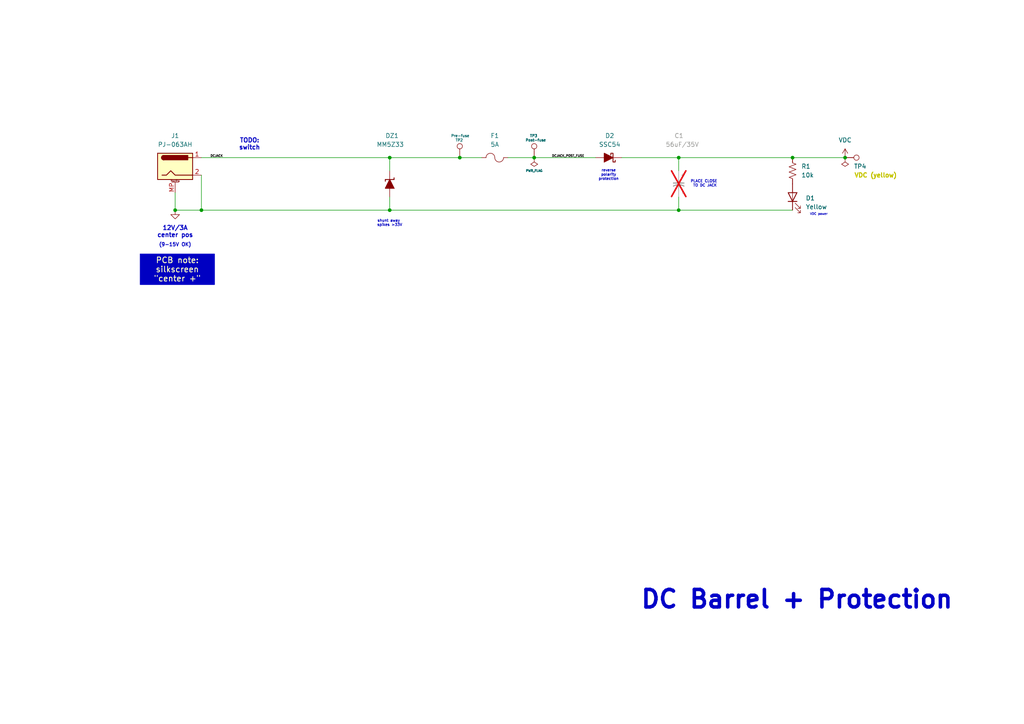
<source format=kicad_sch>
(kicad_sch (version 20231120) (generator "eeschema") (generator_version "8.0")
  (paper "A4")
  (lib_symbols
    (symbol "Connector:DC barrel jack" (pin_names hide)
      (property "Reference" "J" (at 0 5.334 0))
      (property "Value" "PJ-063AH" (at 1.27 -6.35 0))
      (symbol "DC barrel jack_0_1"
        (rectangle (start -5.08 3.81) (end 5.08 -3.81) (stroke (width 0.254)) (fill (type background)))
        (arc (start -3.302 3.175) (mid -3.9343 2.54) (end -3.302 1.905) (stroke (width 0.254)))
        (arc (start -3.302 3.175) (mid -3.9343 2.54) (end -3.302 1.905) (stroke (width 0.254)) (fill (type outline)))
        (polyline (pts (xy 5.08 2.54) (xy 3.81 2.54)) (stroke (width 0.254)))
        (polyline (pts (xy -3.81 -2.54) (xy -2.54 -2.54) (xy -1.27 -1.27) (xy 0 -2.54) (xy 2.54 -2.54) (xy 5.08 -2.54)) (stroke (width 0.254)))
        (rectangle (start 3.683 3.175) (end -3.302 1.905) (stroke (width 0.254)) (fill (type outline)))
      )
      (symbol "DC barrel jack_1_1"
        (polyline (pts (xy -1.016 -4.572) (xy 1.016 -4.572)) (stroke (width 0.1524)))
        (text "Mounting" (at 0 -4.191 0) (effects (font (size 0.381 0.381))))
        (pin power_out line (at 7.62 2.54 180) (length 2.54) (name "~") (number "1"))
        (pin passive line (at 7.62 -2.54 180) (length 2.54) (name "~") (number "2"))
        (pin passive line (at 0 -7.62 90) (length 3.048) (name "MountPin") (number "MP"))
      )
    )
    (symbol "Connector:TestPoint" (pin_numbers hide) (pin_names (offset 0.762) hide)
      (property "Reference" "TP" (at 0 6.858 0))
      (property "Value" "TestPoint" (at 0 5.08 0))
      (symbol "TestPoint_0_1"
        (circle (center 0 3.302) (radius 0.762))
      )
      (symbol "TestPoint_1_1"
        (pin passive line (at 0 0 90) (length 2.54) (name "1") (number "1"))
      )
    )
    (symbol "Device:LED" (pin_numbers hide) (pin_names (offset 1.016) hide)
      (property "Reference" "D" (at 0 2.54 0))
      (property "Value" "LED" (at 0 -2.54 0))
      (symbol "LED_0_1"
        (polyline (pts (xy -1.27 -1.27) (xy -1.27 1.27)) (stroke (width 0.254)))
        (polyline (pts (xy -1.27 0) (xy 1.27 0)))
        (polyline (pts (xy 1.27 -1.27) (xy 1.27 1.27) (xy -1.27 0) (xy 1.27 -1.27)) (stroke (width 0.254)))
        (polyline (pts (xy -3.048 -0.762) (xy -4.572 -2.286) (xy -3.81 -2.286) (xy -4.572 -2.286) (xy -4.572 -1.524)))
        (polyline (pts (xy -1.778 -0.762) (xy -3.302 -2.286) (xy -2.54 -2.286) (xy -3.302 -2.286) (xy -3.302 -1.524)))
      )
      (symbol "LED_1_1"
        (pin passive line (at -3.81 0 0) (length 2.54) (name "K") (number "1"))
        (pin passive line (at 3.81 0 180) (length 2.54) (name "A") (number "2"))
      )
    )
    (symbol "Device:R_US" (pin_numbers hide) (pin_names (offset 0))
      (property "Reference" "R" (at 2.54 0 90))
      (property "Value" "R_US" (at -2.54 0 90))
      (symbol "R_US_0_1"
        (polyline (pts (xy 0 -2.286) (xy 0 -2.54)))
        (polyline (pts (xy 0 2.286) (xy 0 2.54)))
        (polyline (pts (xy 0 -0.762) (xy 1.016 -1.143) (xy 0 -1.524) (xy -1.016 -1.905) (xy 0 -2.286)))
        (polyline (pts (xy 0 0.762) (xy 1.016 0.381) (xy 0 0) (xy -1.016 -0.381) (xy 0 -0.762)))
        (polyline (pts (xy 0 2.286) (xy 1.016 1.905) (xy 0 1.524) (xy -1.016 1.143) (xy 0 0.762)))
      )
      (symbol "R_US_1_1"
        (pin passive line (at 0 3.81 270) (length 1.27) (name "~") (number "1"))
        (pin passive line (at 0 -3.81 90) (length 1.27) (name "~") (number "2"))
      )
    )
    (symbol "PCM_4ms_Power-symbol:PWR_FLAG" (power) (pin_numbers hide) (pin_names (offset 0) hide)
      (property "Value" "PWR_FLAG" (at 0 3.81 0))
      (symbol "PWR_FLAG_0_0"
        (pin power_out line (at 0 0 90) (length 0) (name "pwr") (number "1"))
      )
      (symbol "PWR_FLAG_0_1"
        (polyline (pts (xy 0 0) (xy 0 1.27) (xy -1.016 1.905) (xy 0 2.54) (xy 1.016 1.905) (xy 0 1.27)))
      )
    )
    (symbol "PCM_Device_AKL:Fuse" (pin_numbers hide) (pin_names (offset 0))
      (property "Reference" "F" (at 0 4.572 0))
      (property "Value" "Fuse" (at 0 3.175 0))
      (symbol "Fuse_0_1"
        (arc (start 0 0) (mid -1.27 1.2645) (end -2.54 0))
        (arc (start 0 0) (mid 1.27 -1.2645) (end 2.54 0))
      )
      (symbol "Fuse_1_1"
        (pin passive line (at -3.81 0 0) (length 1.27) (name "~") (number "1"))
        (pin passive line (at 3.81 0 180) (length 1.27) (name "~") (number "2"))
      )
    )
    (symbol "PCM_Diode_Schottky_AKL:SSC54" (pin_numbers hide) (pin_names (offset 1.016) hide)
      (property "Reference" "D" (at 0 5.08 0))
      (property "Value" "SSC54" (at 0 2.54 0))
      (symbol "SSC54_0_1"
        (polyline (pts (xy -1.27 0) (xy 1.27 0)))
        (polyline (pts (xy -1.27 -1.27) (xy -1.27 1.27) (xy 1.27 0) (xy -1.27 -1.27)) (stroke (width 0.254)) (fill (type outline)))
        (polyline (pts (xy 1.905 -0.762) (xy 1.905 -1.27) (xy 1.27 -1.27) (xy 1.27 1.27) (xy 0.635 1.27) (xy 0.635 0.762)) (stroke (width 0.254)))
      )
      (symbol "SSC54_0_2"
        (polyline (pts (xy -2.54 -2.54) (xy 2.54 2.54)))
        (polyline (pts (xy 0 1.778) (xy 1.778 0)) (stroke (width 0.254)))
        (polyline (pts (xy 0 1.778) (xy -0.381 1.397) (xy 0 1.016)) (stroke (width 0.254)))
        (polyline (pts (xy 1.778 0) (xy 2.159 0.381) (xy 1.778 0.762)) (stroke (width 0.254)))
        (polyline (pts (xy -0.889 -0.889) (xy -1.778 0) (xy 0.889 0.889) (xy 0 -1.778) (xy -0.889 -0.889)) (stroke (width 0.254)) (fill (type outline)))
      )
      (symbol "SSC54_1_1"
        (pin passive line (at 3.81 0 180) (length 2.54) (name "K") (number "1"))
        (pin passive line (at -3.81 0 0) (length 2.54) (name "A") (number "2"))
      )
      (symbol "SSC54_1_2"
        (pin passive line (at 2.54 2.54 180) (length 0) (name "K") (number "1"))
        (pin passive line (at -2.54 -2.54 0) (length 0) (name "A") (number "2"))
      )
    )
    (symbol "PCM_Diode_Zener_AKL:MM5Z33" (pin_numbers hide) (pin_names (offset 1.016) hide)
      (property "Reference" "DZ" (at 0 5.08 0))
      (property "Value" "MM5Z33" (at 0 2.54 0))
      (symbol "MM5Z33_0_1"
        (polyline (pts (xy -1.27 0) (xy 1.27 0)))
        (polyline (pts (xy 1.27 1.27) (xy 0.762 1.27)) (stroke (width 0.254)))
        (polyline (pts (xy 1.27 1.27) (xy 1.27 -1.27)) (stroke (width 0.254)))
        (polyline (pts (xy 1.778 -1.27) (xy 1.27 -1.27)) (stroke (width 0.254)))
        (polyline (pts (xy -1.27 -1.27) (xy -1.27 1.27) (xy 1.27 0) (xy -1.27 -1.27)) (stroke (width 0.254)) (fill (type outline)))
      )
      (symbol "MM5Z33_0_2"
        (polyline (pts (xy -2.54 -2.54) (xy 2.54 2.54)))
        (polyline (pts (xy 0 1.778) (xy -0.381 1.397)) (stroke (width 0.254)))
        (polyline (pts (xy 0 1.778) (xy 1.778 0)) (stroke (width 0.254)))
        (polyline (pts (xy -0.889 -0.889) (xy -1.778 0) (xy 0.889 0.889) (xy 0 -1.778) (xy -0.889 -0.889)) (stroke (width 0.254)) (fill (type outline)))
      )
      (symbol "MM5Z33_1_1"
        (pin passive line (at 3.81 0 180) (length 2.54) (name "K") (number "1"))
        (pin passive line (at -3.81 0 0) (length 2.54) (name "A") (number "2"))
      )
      (symbol "MM5Z33_1_2"
        (pin passive line (at 2.54 2.54 180) (length 0) (name "K") (number "1"))
        (pin passive line (at -2.54 -2.54 0) (length 0) (name "A") (number "2"))
      )
    )
    (symbol "PCV1V560MCL1GS:PCV1V560MCL1GS" (pin_numbers hide) (pin_names (offset 0.254))
      (property "Reference" "C" (at 3.81 3.81 0))
      (property "Value" "56uF/35V" (at 3.81 -3.81 0))
      (symbol "PCV1V560MCL1GS_0_1"
        (polyline (pts (xy 3.556 -1.524) (xy 3.556 1.524)) (stroke (width 0.3048)))
        (arc (start 4.4449 1.524) (mid 4.0563 0) (end 4.4449 -1.524) (stroke (width 0.3048)))
      )
      (symbol "PCV1V560MCL1GS_1_1"
        (polyline (pts (xy 0.889 -1.143) (xy 1.651 -1.143)) (stroke (width 0.127)))
        (polyline (pts (xy 1.27 -1.524) (xy 1.27 -0.762)) (stroke (width 0.127)))
        (polyline (pts (xy 2.54 0) (xy 3.4798 0)) (stroke (width 0.2032)))
        (polyline (pts (xy 4.1148 0) (xy 5.08 0)) (stroke (width 0.2032)))
        (polyline (pts (xy 5.842 -1.143) (xy 6.604 -1.143)) (stroke (width 0.127)))
        (pin passive line (at 0 0 0) (length 2.54) (name "") (number "1"))
        (pin passive line (at 7.62 0 180) (length 2.54) (name "") (number "2"))
      )
      (symbol "PCV1V560MCL1GS_1_2"
        (polyline (pts (xy -1.905 -4.1148) (xy 1.905 -4.1148)) (stroke (width 0.2032)))
        (polyline (pts (xy -1.905 -3.4798) (xy 1.905 -3.4798)) (stroke (width 0.2032)))
        (polyline (pts (xy 0 -4.1148) (xy 0 -5.08)) (stroke (width 0.2032)))
        (polyline (pts (xy 0 -2.54) (xy 0 -3.4798)) (stroke (width 0.2032)))
        (polyline (pts (xy 0.3175 -1.5875) (xy 0.9525 -1.5875)) (stroke (width 0.127)))
        (polyline (pts (xy 0.635 -1.27) (xy 0.635 -1.905)) (stroke (width 0.127)))
        (pin unspecified line (at 0 0 270) (length 2.54) (name "") (number "1"))
        (pin unspecified line (at 0 -7.62 90) (length 2.54) (name "") (number "2"))
      )
    )
    (symbol "power:GND" (power) (pin_numbers hide) (pin_names (offset 0) hide)
      (property "Value" "GND" (at 0 -3.81 0))
      (symbol "GND_0_1"
        (polyline (pts (xy 0 0) (xy 0 -1.27) (xy 1.27 -1.27) (xy 0 -2.54) (xy -1.27 -1.27) (xy 0 -1.27)))
      )
      (symbol "GND_1_1"
        (pin power_in line (at 0 0 270) (length 0) (name "~") (number "1"))
      )
    )
    (symbol "power:VDC" (power) (pin_numbers hide) (pin_names (offset 0) hide)
      (property "Value" "VDC" (at 0 3.556 0))
      (symbol "VDC_0_1"
        (polyline (pts (xy -0.762 1.27) (xy 0 2.54)))
        (polyline (pts (xy 0 0) (xy 0 2.54)))
        (polyline (pts (xy 0 2.54) (xy 0.762 1.27)))
      )
      (symbol "VDC_1_1"
        (pin power_in line (at 0 0 90) (length 0) (name "~") (number "1"))
      )
    )
  )
  (junction (at 196.85 60.96))
  (junction (at 245.11 45.72))
  (junction (at 133.35 45.72))
  (junction (at 196.85 45.72))
  (junction (at 58.42 60.96))
  (junction (at 50.8 60.96))
  (junction (at 113.03 45.72))
  (junction (at 113.03 60.96))
  (junction (at 229.87 45.72))
  (junction (at 154.94 45.72))
  (wire (pts (xy 58.42 60.96) (xy 113.03 60.96)))
  (wire (pts (xy 180.34 45.72) (xy 196.85 45.72)))
  (wire (pts (xy 196.85 45.72) (xy 229.87 45.72)))
  (wire (pts (xy 147.32 45.72) (xy 154.94 45.72)))
  (wire (pts (xy 113.03 45.72) (xy 113.03 49.53)))
  (wire (pts (xy 229.87 45.72) (xy 245.11 45.72)))
  (wire (pts (xy 196.85 60.96) (xy 229.87 60.96)))
  (wire (pts (xy 113.03 60.96) (xy 196.85 60.96)))
  (wire (pts (xy 154.94 45.72) (xy 172.72 45.72)))
  (wire (pts (xy 196.85 57.15) (xy 196.85 60.96)))
  (wire (pts (xy 196.85 49.53) (xy 196.85 45.72)))
  (wire (pts (xy 133.35 45.72) (xy 139.7 45.72)))
  (wire (pts (xy 113.03 45.72) (xy 133.35 45.72)))
  (wire (pts (xy 58.42 45.72) (xy 113.03 45.72)))
  (wire (pts (xy 113.03 57.15) (xy 113.03 60.96)))
  (wire (pts (xy 50.8 60.96) (xy 58.42 60.96)))
  (wire (pts (xy 58.42 50.8) (xy 58.42 60.96)))
  (wire (pts (xy 50.8 55.88) (xy 50.8 60.96)))
  (text_box "PCB note: silkscreen \n\"center +\"" (at 40.64 73.66 0) (size 21.59 8.89) (fill (type color) (color 0 0 194 1)) (effects (font (size 1.651 1.651) (thickness 0.254) (bold yes))))
  (text "TODO:\nswitch" (at 72.39 41.91 0) (effects (font (size 1.27 1.27) (thickness 0.254) (bold yes))))
  (text "12V/3A\ncenter pos" (at 50.8 67.31 0) (effects (font (size 1.27 1.27) (thickness 0.254) (bold yes))))
  (text "VDC power" (at 237.49 62.23 0) (effects (font (size 0.635 0.635) (bold yes))))
  (text "shunt away \nspikes >33V" (at 113.03 64.77 0) (effects (font (size 0.762 0.762))))
  (text "DC Barrel + Protection" (at 231.14 173.99 0) (effects (font (size 5.08 5.08) (bold yes))))
  (text "(9-15V OK)" (at 50.8 71.12 0) (effects (font (size 1.016 1.016) (bold yes))))
  (text "PLACE CLOSE \nTO DC JACK" (at 204.47 53.34 0) (effects (font (size 0.762 0.762) (thickness 0.1524) (bold yes))))
  (text "reverse\npolarity\nprotection" (at 176.53 50.8 0) (effects (font (size 0.762 0.762))))
  (label "DCJACK" (at 60.96 45.72 0) (effects (font (size 0.635 0.635))))
  (label "DCJACK_POST_FUSE" (at 160.02 45.72 0) (effects (font (size 0.635 0.635))))
  (symbol (lib_id "Device:LED") (at 229.87 57.15 90) (unit 1)
    (property "Reference" "D1" (at 233.68 57.4674 90) (effects (justify right)))
    (property "Value" "Yellow" (at 233.68 60.0074 90) (effects (justify right)))
    (property "Footprint" "LED_SMD:LED_0603_1608Metric_Pad1.05x0.95mm_HandSolder" (effects (hide yes)))
    (property "Datasheet" "https://www.we-online.com/components/products/datasheet/150060VS75000.pdf" (effects (hide yes)))
    (property "Description" "Light emitting diode" (effects (hide yes)))
    (property "Digikey" "https://www.digikey.com/en/products/detail/w%C3%BCrth-elektronik/150060YS75000/4489909" (effects (hide yes)))
    (property "Mfgr" "Wurth" (effects (hide yes)))
    (property "MPN" "150060YS75000" (effects (hide yes)))
  )
  (symbol (lib_id "Connector:DC barrel jack") (at 50.8 48.26 0) (unit 1)
    (property "Reference" "J1" (at 50.8 39.37 0))
    (property "Value" "PJ-063AH" (at 50.8 41.91 0))
    (property "Footprint" "Connector_BarrelJack:BarrelJack_CUI_PJ-063AH_Horizontal" (effects (hide yes)))
    (property "Datasheet" "https://www.cuidevices.com/product/resource/pj-063ah.pdf" (effects (hide yes)))
    (property "Description" "DC Barrel Jack with a mounting pin, 24V/8A, 2.1x5.5mm, center positive" (effects (hide yes)))
    (property "Digikey" "https://www.digikey.com/en/products/detail/cui-devices/PJ-063AH/2161208" (effects (hide yes)))
    (property "Mfgr" "CUI Devices" (effects (hide yes)))
    (property "MPN" "PJ-063AH" (effects (hide yes)))
  )
  (symbol (lib_id "power:VDC") (at 245.11 45.72 0) (unit 1)
    (property "Reference" "#PWR01" (effects (hide yes)))
    (property "Value" "VDC" (at 245.11 40.64 0))
    (property "Description" "Power symbol creates a global label with name \"VDC\"" (effects (hide yes)))
  )
  (symbol (lib_id "Connector:TestPoint") (at 154.94 45.72 0) (unit 1)
    (property "Reference" "TP3" (at 153.67 39.37 0) (effects (font (size 0.762 0.762)) (justify left)))
    (property "Value" "Post-fuse" (at 152.4 40.64 0) (effects (font (size 0.762 0.762)) (justify left)))
    (property "Footprint" "TestPoint:TestPoint_Pad_2.0x2.0mm" (effects (hide yes)))
    (property "Description" "Test point PCB pad" (effects (hide yes)))
  )
  (symbol (lib_id "Device:R_US") (at 229.87 49.53 0) (unit 1)
    (property "Reference" "R1" (at 232.41 48.2599 0) (effects (justify left)))
    (property "Value" "10k" (at 232.41 50.7999 0) (effects (justify left)))
    (property "Footprint" "PCM_Resistor_SMD_AKL:R_0603_1608Metric_Pad1.05x0.95mm_HandSolder" (effects (hide yes)))
    (property "Datasheet" "https://www.yageo.com/upload/media/product/products/datasheet/rchip/PYu-RC_Group_51_RoHS_L_12.pdf" (effects (hide yes)))
    (property "Description" "Resistor, US symbol" (effects (hide yes)))
    (property "Digikey" "https://www.digikey.com/en/products/detail/yageo/RC0603FR-0710KL/726880" (effects (hide yes)))
    (property "Mfgr" "YAGEO" (effects (hide yes)))
    (property "MPN" "RC0603FR-0710KL" (effects (hide yes)))
  )
  (symbol (lib_id "Connector:TestPoint") (at 133.35 45.72 0) (unit 1)
    (property "Reference" "TP2" (at 132.08 40.64 0) (effects (font (size 0.762 0.762)) (justify left)))
    (property "Value" "Pre-fuse" (at 130.81 39.37 0) (effects (font (size 0.762 0.762)) (justify left)))
    (property "Footprint" "TestPoint:TestPoint_Pad_2.0x2.0mm" (effects (hide yes)))
    (property "Description" "Test point PCB pad" (effects (hide yes)))
  )
  (symbol (lib_id "PCM_Diode_Schottky_AKL:SSC54") (at 176.53 45.72 0) (unit 1)
    (property "Reference" "D2" (at 176.8475 39.37 0))
    (property "Value" "SSC54" (at 176.8475 41.91 0))
    (property "Footprint" "PCM_Diode_SMD_AKL:D_SMC" (effects (hide yes)))
    (property "Datasheet" "https://www.vishay.com/docs/88885/ssc53l.pdf" (effects (hide yes)))
    (property "Description" "SMC Schottky diode, 40V, 5A, Alternate KiCAD Library" (effects (hide yes)))
    (property "Digikey" "https://www.digikey.com/en/products/detail/vishay-general-semiconductor-diodes-division/SSC54-E3-57T/1091564" (effects (hide yes)))
    (property "MPN" "SSC54-E3/57T" (effects (hide yes)))
    (property "Mfgr" "Vishay" (effects (hide yes)))
  )
  (symbol (lib_id "PCM_Device_AKL:Fuse") (at 143.51 45.72 0) (unit 1)
    (property "Reference" "F1" (at 143.51 39.37 0))
    (property "Value" "5A" (at 143.51 41.91 0))
    (property "Footprint" "Fuse:Fuseholder_Cylinder-5x20mm_Wuerth_696103101002-SMD_Horizontal_Open" (effects (hide yes)))
    (property "Datasheet" "https://www.we-online.com/katalog/datasheet/696103101002.pdf" (effects (hide yes)))
    (property "Description" "Fuseholder + fuse" (effects (hide yes)))
    (property "Datasheet2" "https://www.schurter.com/en/datasheet/typ_FST_5x20.pdf" (effects (hide yes)))
    (property "Digikey1" "https://www.digikey.com/en/products/detail/w%C3%BCrth-elektronik/696103101002/7244555" (effects (hide yes)))
    (property "Mfgr1" "Wurth" (effects (hide yes)))
    (property "MPN1" "696103101002" (effects (hide yes)))
    (property "Mfgr2" "SCHURTER Inc." (effects (hide yes)))
    (property "MPN2" "0034.3122" (effects (hide yes)))
  )
  (symbol (lib_id "power:GND") (at 50.8 60.96 0) (unit 1)
    (property "Reference" "#PWR016" (effects (hide yes)))
    (property "Value" "GND" (effects (hide yes)))
    (property "Description" "Power symbol creates a global label with name \"GND\" , ground" (effects (hide yes)))
  )
  (symbol (lib_id "Connector:TestPoint") (at 245.11 45.72 270) (unit 1)
    (property "Reference" "TP4" (at 247.65 48.26 90) (effects (justify left)))
    (property "Value" "VDC (yellow)" (at 247.65 50.8 90) (effects (font (bold yes)) (justify left)))
    (property "Footprint" "TestPoint:TestPoint_Keystone_5000-5004_Miniature" (effects (hide yes)))
    (property "Datasheet" "https://www.keyelco.com/userAssets/file/M65p56.pdf" (effects (hide yes)))
    (property "Description" "Yellow test point, GND" (effects (hide yes)))
    (property "Digikey" "https://www.digikey.com/en/products/detail/keystone-electronics/5004/362669" (effects (hide yes)))
    (property "Mfgr" "Keystone" (effects (hide yes)))
    (property "MPN" "5004" (effects (hide yes)))
  )
  (symbol (lib_id "PCM_Diode_Zener_AKL:MM5Z33") (at 113.03 53.34 90) (unit 1)
    (property "Reference" "DZ1" (at 111.76 39.37 90) (effects (justify right)))
    (property "Value" "MM5Z33" (at 109.22 41.91 90) (effects (justify right)))
    (property "Footprint" "Diode_SMD:D_SOD-523" (effects (hide yes)))
    (property "Datasheet" "https://www.onsemi.com/pdf/datasheet/mm5z2v4t1-d.pdf" (effects (hide yes)))
    (property "Description" "SOD-523 Zener diode, 33V, 500mW, Alternate KiCAD Library" (effects (hide yes)))
    (property "Digikey" "https://www.digikey.com/en/products/detail/onsemi/MM5Z33VT1G/921089" (effects (hide yes)))
    (property "Mfgr" "ON Semi" (effects (hide yes)))
    (property "MPN" "MM5Z33VT1G" (effects (hide yes)))
  )
  (symbol (lib_id "PCV1V560MCL1GS:PCV1V560MCL1GS") (at 196.85 49.53 90) (mirror x) (unit 1) (in_bom no) (dnp yes)
    (property "Reference" "C1" (at 195.58 39.37 90) (effects (justify right)))
    (property "Value" "56uF/35V" (at 193.04 41.91 90) (effects (justify right)))
    (property "Footprint" "PCV1V560MCL1GS:CAP_PC_8X10_NCH" (effects (hide yes)))
    (property "Datasheet" "https://www.nichicon.co.jp/english/series_items/catalog_pdf/e-pcv.pdf" (effects (hide yes)))
    (property "Description" "ELECTROLYTIC CAP ALUM POLY 56UF 20% 35V SMD" (effects (hide yes)))
    (property "Digikey" "https://www.digikey.com/en/products/detail/nichicon/PCV1V560MCL1GS/2618771" (effects (hide yes)))
    (property "MPN" "PCV1V560MCL1GS" (effects (hide yes)))
    (property "Mfgr" "Nichicon" (effects (hide yes)))
  )
  (symbol (lib_id "PCM_4ms_Power-symbol:PWR_FLAG") (at 154.94 45.72 0) (mirror x) (unit 1)
    (property "Reference" "#FLG05" (effects (hide yes)))
    (property "Value" "PWR_FLAG" (at 154.94 49.53 0) (effects (font (size 0.635 0.635))))
  )
  (symbol (lib_id "PCM_4ms_Power-symbol:PWR_FLAG") (at 245.11 45.72 180) (unit 1)
    (property "Reference" "#FLG02" (effects (hide yes)))
    (property "Value" "PWR_FLAG" (effects (hide yes)))
  )
)
</source>
